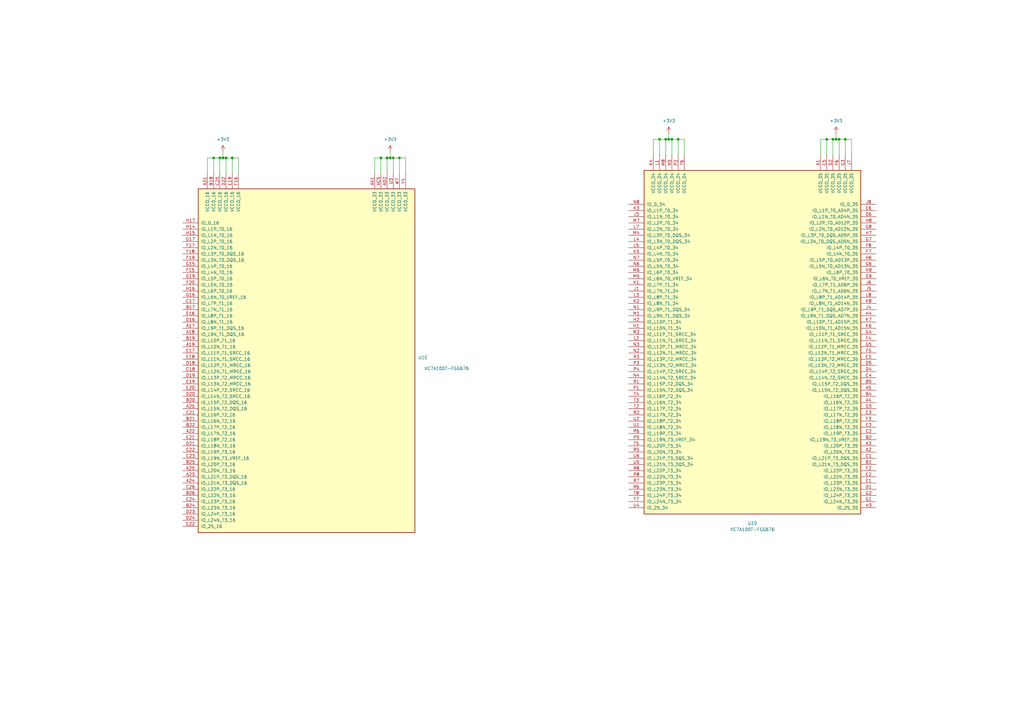
<source format=kicad_sch>
(kicad_sch (version 20230121) (generator eeschema)
  (paper "A3")
  (junction (at 341.63 57.15))
  (junction (at 270.51 57.15))
  (junction (at 339.09 57.15))
  (junction (at 161.29 64.77))
  (junction (at 163.83 64.77))
  (junction (at 342.9 57.15))
  (junction (at 91.44 64.77))
  (junction (at 275.59 57.15))
  (junction (at 344.17 57.15))
  (junction (at 92.71 64.77))
  (junction (at 90.17 64.77))
  (junction (at 160.02 64.77))
  (junction (at 273.05 57.15))
  (junction (at 156.21 64.77))
  (junction (at 278.13 57.15))
  (junction (at 158.75 64.77))
  (junction (at 346.71 57.15))
  (junction (at 95.25 64.77))
  (junction (at 87.63 64.77))
  (junction (at 274.32 57.15))
  (wire (pts (xy 341.63 57.15) (xy 339.09 57.15)))
  (wire (pts (xy 95.25 64.77) (xy 95.25 71.12)))
  (wire (pts (xy 91.44 64.77) (xy 90.17 64.77)))
  (wire (pts (xy 346.71 57.15) (xy 344.17 57.15)))
  (wire (pts (xy 280.67 63.5) (xy 280.67 57.15)))
  (wire (pts (xy 273.05 57.15) (xy 270.51 57.15)))
  (wire (pts (xy 270.51 57.15) (xy 270.51 63.5)))
  (wire (pts (xy 339.09 57.15) (xy 339.09 63.5)))
  (wire (pts (xy 280.67 57.15) (xy 278.13 57.15)))
  (wire (pts (xy 274.32 57.15) (xy 273.05 57.15)))
  (wire (pts (xy 87.63 64.77) (xy 87.63 71.12)))
  (wire (pts (xy 275.59 57.15) (xy 274.32 57.15)))
  (wire (pts (xy 270.51 57.15) (xy 267.97 57.15)))
  (wire (pts (xy 267.97 57.15) (xy 267.97 63.5)))
  (wire (pts (xy 156.21 64.77) (xy 156.21 71.12)))
  (wire (pts (xy 153.67 64.77) (xy 153.67 71.12)))
  (wire (pts (xy 342.9 54.61) (xy 342.9 57.15)))
  (wire (pts (xy 349.25 57.15) (xy 346.71 57.15)))
  (wire (pts (xy 342.9 57.15) (xy 341.63 57.15)))
  (wire (pts (xy 163.83 64.77) (xy 161.29 64.77)))
  (wire (pts (xy 85.09 64.77) (xy 85.09 71.12)))
  (wire (pts (xy 160.02 64.77) (xy 158.75 64.77)))
  (wire (pts (xy 341.63 57.15) (xy 341.63 63.5)))
  (wire (pts (xy 92.71 64.77) (xy 92.71 71.12)))
  (wire (pts (xy 166.37 71.12) (xy 166.37 64.77)))
  (wire (pts (xy 349.25 63.5) (xy 349.25 57.15)))
  (wire (pts (xy 158.75 64.77) (xy 158.75 71.12)))
  (wire (pts (xy 92.71 64.77) (xy 91.44 64.77)))
  (wire (pts (xy 91.44 62.23) (xy 91.44 64.77)))
  (wire (pts (xy 275.59 57.15) (xy 275.59 63.5)))
  (wire (pts (xy 95.25 64.77) (xy 92.71 64.77)))
  (wire (pts (xy 339.09 57.15) (xy 336.55 57.15)))
  (wire (pts (xy 97.79 64.77) (xy 95.25 64.77)))
  (wire (pts (xy 274.32 54.61) (xy 274.32 57.15)))
  (wire (pts (xy 278.13 57.15) (xy 278.13 63.5)))
  (wire (pts (xy 97.79 71.12) (xy 97.79 64.77)))
  (wire (pts (xy 336.55 57.15) (xy 336.55 63.5)))
  (wire (pts (xy 273.05 57.15) (xy 273.05 63.5)))
  (wire (pts (xy 166.37 64.77) (xy 163.83 64.77)))
  (wire (pts (xy 161.29 64.77) (xy 160.02 64.77)))
  (wire (pts (xy 87.63 64.77) (xy 85.09 64.77)))
  (wire (pts (xy 163.83 64.77) (xy 163.83 71.12)))
  (wire (pts (xy 346.71 57.15) (xy 346.71 63.5)))
  (wire (pts (xy 160.02 62.23) (xy 160.02 64.77)))
  (wire (pts (xy 344.17 57.15) (xy 342.9 57.15)))
  (wire (pts (xy 344.17 57.15) (xy 344.17 63.5)))
  (wire (pts (xy 278.13 57.15) (xy 275.59 57.15)))
  (wire (pts (xy 161.29 64.77) (xy 161.29 71.12)))
  (wire (pts (xy 90.17 64.77) (xy 90.17 71.12)))
  (wire (pts (xy 158.75 64.77) (xy 156.21 64.77)))
  (wire (pts (xy 90.17 64.77) (xy 87.63 64.77)))
  (wire (pts (xy 156.21 64.77) (xy 153.67 64.77)))
  (symbol (lib_id "power:+3V3") (at 160.02 62.23 0) (unit 1)
    (property "Reference" "#PWR08" (effects hide))
    (property "Value" "+3V3" (at 160.02 57.15 0))
  )
  (symbol (lib_id "power:+3V3") (at 274.32 54.61 0) (unit 1)
    (property "Reference" "#PWR09" (effects hide))
    (property "Value" "+3V3" (at 274.32 49.53 0))
  )
  (symbol (lib_id "FPGA_Xilinx_Artix7:XC7A100T-FGG676") (at 308.61 137.16 0) (unit 4)
    (property "Reference" "U1" (at 308.61 214.63 0))
    (property "Value" "XC7A100T-FGG676" (at 308.61 217.17 0))
    (property "Footprint" "Package_BGA:Xilinx_FGG676" (effects hide))
  )
  (symbol (lib_id "power:+3V3") (at 342.9 54.61 0) (unit 1)
    (property "Reference" "#PWR010" (effects hide))
    (property "Value" "+3V3" (at 342.9 49.53 0))
  )
  (symbol (lib_id "power:+3V3") (at 91.44 62.23 0) (unit 1)
    (property "Reference" "#PWR07" (effects hide))
    (property "Value" "+3V3" (at 91.44 57.15 0))
  )
  (symbol (lib_id "FPGA_Xilinx_Artix7:XC7A100T-FGG676") (at 125.73 144.78 0) (unit 3)
    (property "Reference" "U1" (at 171.45 146.685 0) (effects (justify left)))
    (property "Value" "XC7A100T-FGG676" (at 173.99 151.13 0) (effects (justify left)))
    (property "Footprint" "Package_BGA:Xilinx_FGG676" (effects hide))
  )
)
</source>
